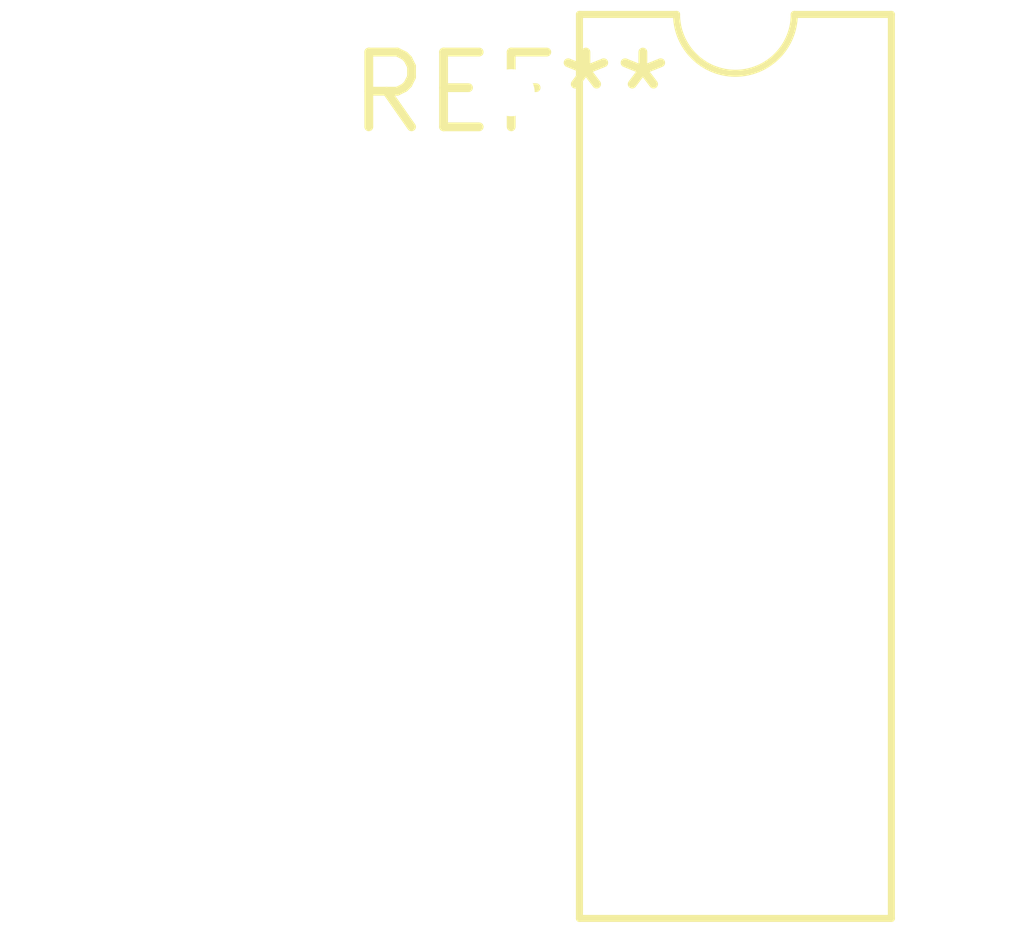
<source format=kicad_pcb>
(kicad_pcb (version 20240108) (generator pcbnew)
  (layers (0 "F.Cu" signal) (31 "B.Cu" signal) (34 "B.Paste" user) (35 "F.Paste" user) (36 "B.SilkS" user "B.Silkscreen") (37 "F.SilkS" user "F.Silkscreen") (38 "B.Mask" user) (39 "F.Mask" user) (44 "Edge.Cuts" user))
  (net 0 "")
  (footprint "DIP-12_W7.62mm" (layer "F.Cu") (at 0 0)
    (property "Reference" "REF**")
    (property "Value" "DIP-12_W7.62mm")
    (fp_line (start 1.16 -1.33) (end 1.16 14.03) (layer "F.SilkS") (stroke (width 0.12)))
    (fp_line (start 1.16 14.03) (end 6.46 14.03) (layer "F.SilkS") (stroke (width 0.12)))
    (fp_line (start 2.81 -1.33) (end 1.16 -1.33) (layer "F.SilkS") (stroke (width 0.12)))
    (fp_line (start 6.46 -1.33) (end 4.81 -1.33) (layer "F.SilkS") (stroke (width 0.12)))
    (fp_line (start 6.46 14.03) (end 6.46 -1.33) (layer "F.SilkS") (stroke (width 0.12)))
    (fp_arc (start 4.81 -1.33) (mid 3.81 -0.33) (end 2.81 -1.33) (layer "F.SilkS") (stroke (width 0.12)))
    (pad "1" thru_hole rect (at 0 0) (size 1.6 1.6) (drill 0.8) (layers *.Cu *.Mask) (remove_unused_layers))
    (pad "2" thru_hole oval (at 0 2.54) (size 1.6 1.6) (drill 0.8) (layers *.Cu *.Mask) (remove_unused_layers))
    (pad "3" thru_hole oval (at 0 5.08) (size 1.6 1.6) (drill 0.8) (layers *.Cu *.Mask) (remove_unused_layers))
    (pad "4" thru_hole oval (at 0 7.62) (size 1.6 1.6) (drill 0.8) (layers *.Cu *.Mask) (remove_unused_layers))
    (pad "5" thru_hole oval (at 0 10.16) (size 1.6 1.6) (drill 0.8) (layers *.Cu *.Mask) (remove_unused_layers))
    (pad "6" thru_hole oval (at 0 12.7) (size 1.6 1.6) (drill 0.8) (layers *.Cu *.Mask) (remove_unused_layers))
    (pad "7" thru_hole oval (at 7.62 12.7) (size 1.6 1.6) (drill 0.8) (layers *.Cu *.Mask) (remove_unused_layers))
    (pad "8" thru_hole oval (at 7.62 10.16) (size 1.6 1.6) (drill 0.8) (layers *.Cu *.Mask) (remove_unused_layers))
    (pad "9" thru_hole oval (at 7.62 7.62) (size 1.6 1.6) (drill 0.8) (layers *.Cu *.Mask) (remove_unused_layers))
    (pad "10" thru_hole oval (at 7.62 5.08) (size 1.6 1.6) (drill 0.8) (layers *.Cu *.Mask) (remove_unused_layers))
    (pad "11" thru_hole oval (at 7.62 2.54) (size 1.6 1.6) (drill 0.8) (layers *.Cu *.Mask) (remove_unused_layers))
    (pad "12" thru_hole oval (at 7.62 0) (size 1.6 1.6) (drill 0.8) (layers *.Cu *.Mask) (remove_unused_layers))
  )
)
</source>
